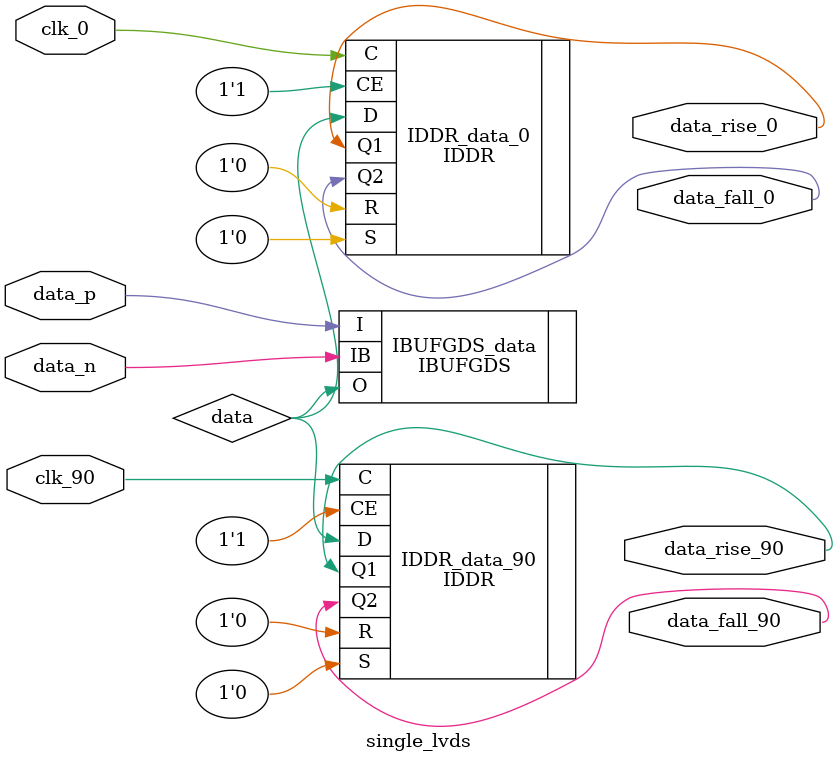
<source format=v>
module single_lvds (
  clk_0,
	clk_90,
	data_p,
	data_n,
	data_rise_0,
	data_fall_0,
	data_rise_90,
	data_fall_90
);

// Inputs and Outputs
//===================
input clk_0;
input clk_90;
input data_p;
input data_n;
output data_rise_0;
output data_fall_0;
output data_rise_90;
output data_fall_90;

// Wires and Regs
//===============
wire data;

// Module Declarations
//====================
IBUFGDS #(
	.DIFF_TERM("TRUE"),       	// Differential Termination (Virtex-4/5, Spartan-3E/3A)
	.IOSTANDARD("LVDS_25")    	// Specify the input I/O standard
) IBUFGDS_data (
	.O(data),  						// Buffer output
	.I(data_p),  						// Diff_p buffer input (connect directly to top-level port)
	.IB(data_n) 						// Diff_n buffer input (connect directly to top-level port)
);

IDDR #(
	.DDR_CLK_EDGE("SAME_EDGE_PIPELINED"), // "OPPOSITE_EDGE", "SAME_EDGE" or "SAME_EDGE_PIPELINED" 
	.INIT_Q1(1'b0), // Initial value of Q1: 1'b0 or 1'b1
	.INIT_Q2(1'b0), // Initial value of Q2: 1'b0 or 1'b1
	.SRTYPE("SYNC") // Set/Reset type: "SYNC" or "ASYNC" 
) IDDR_data_0 (
	.Q1(data_rise_0), // 1-bit output for positive edge of clock 
	.Q2(data_fall_0), // 1-bit output for negative edge of clock
	.C(clk_0),   // 1-bit clock input
	.CE(1'b1), // 1-bit clock enable input
	.D(data),   // 1-bit DDR data input
	.R(1'b0),   // 1-bit reset
	.S(1'b0)    // 1-bit set
);

IDDR #(
	.DDR_CLK_EDGE("SAME_EDGE_PIPELINED"), // "OPPOSITE_EDGE", "SAME_EDGE" or "SAME_EDGE_PIPELINED" 
	.INIT_Q1(1'b0), // Initial value of Q1: 1'b0 or 1'b1
	.INIT_Q2(1'b0), // Initial value of Q2: 1'b0 or 1'b1
	.SRTYPE("SYNC") // Set/Reset type: "SYNC" or "ASYNC" 
) IDDR_data_90 (
	.Q1(data_rise_90), // 1-bit output for positive edge of clock 
	.Q2(data_fall_90), // 1-bit output for negative edge of clock
	.C(clk_90),   // 1-bit clock input
	.CE(1'b1), // 1-bit clock enable input
	.D(data),   // 1-bit DDR data input
	.R(1'b0),   // 1-bit reset
	.S(1'b0)    // 1-bit set
);
endmodule

</source>
